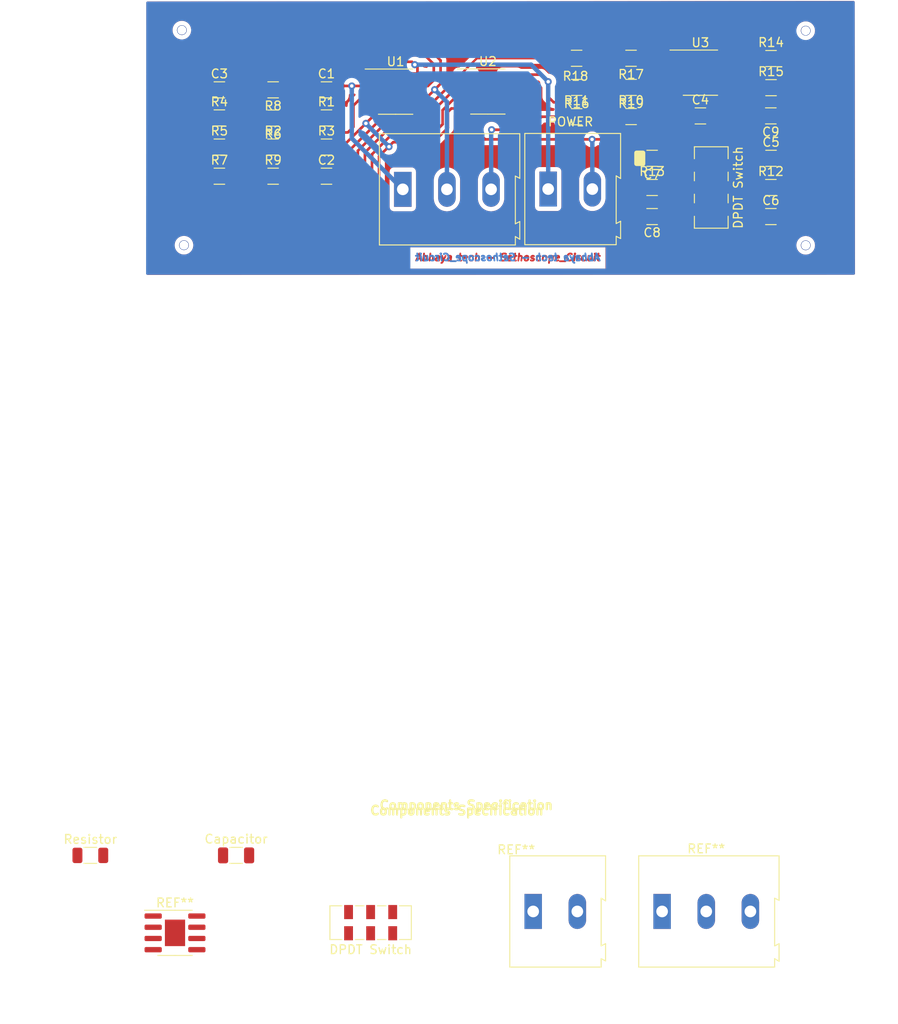
<source format=kicad_pcb>
(kicad_pcb (version 20171130) (host pcbnew "(5.1.7)-1")
  (layers (0 F.Cu signal) (31 B.Cu signal) (34 B.Paste user) (35 F.Paste user) (36 B.SilkS user) (37 F.SilkS user hide) (38 B.Mask user) (39 F.Mask user) (44 Edge.Cuts user))
  (net 0 "")
  (module TerminalBlock:TerminalBlock_Altech_AK300-2_P5.00mm (layer F.Cu) (at 136.38 180.77)
    (fp_text reference REF** (at -1.92 -6.99) (layer F.SilkS))
    (fp_text value TerminalBlock_Altech_AK300-2_P5.00mm)
    (pad 1 thru_hole rect (at 0 0) (size 1.98 3.96) (drill 1.32) (layers *.Cu *.Mask))
    (pad 2 thru_hole oval (at 5 0) (size 1.98 3.96) (drill 1.32) (layers *.Cu *.Mask))
  )
  (module TerminalBlock:TerminalBlock_Altech_AK300-3_P5.00mm (layer F.Cu) (at 150.985 180.77)
    (fp_text reference REF** (at 5 -7.1) (layer F.SilkS))
    (fp_text value TerminalBlock_Altech_AK300-3_P5.00mm)
    (pad 1 thru_hole rect (at 0 0) (size 1.98 3.96) (drill 1.32) (layers *.Cu *.Mask))
    (pad 2 thru_hole oval (at 5 0) (size 1.98 3.96) (drill 1.32) (layers *.Cu *.Mask))
    (pad 3 thru_hole oval (at 10 0) (size 1.98 3.96) (drill 1.32) (layers *.Cu *.Mask))
  )
  (module Button_Switch_SMD:SW_DPDT_CK_JS202011JCQN (layer F.Cu) (at 117.965 182.04 180)
    (fp_text reference "DPDT Switch" (at 0 -3.05) (layer F.SilkS))
    (fp_text value SW_DPDT_CK_JS202011JCQN)
    (pad 3 smd rect (at 2.5 -1.2 180) (size 1 1.6) (layers F.Cu F.Paste F.Mask))
    (pad 2 smd rect (at 0 -1.2 180) (size 1 1.6) (layers F.Cu F.Paste F.Mask))
    (pad 1 smd rect (at -2.5 -1.2 180) (size 1 1.6) (layers F.Cu F.Paste F.Mask))
    (pad 6 smd rect (at 2.5 1.2 180) (size 1 1.6) (layers F.Cu F.Paste F.Mask))
    (pad 5 smd rect (at 0 1.2 180) (size 1 1.6) (layers F.Cu F.Paste F.Mask))
    (pad 4 smd rect (at -2.5 1.2 180) (size 1 1.6) (layers F.Cu F.Paste F.Mask))
  )
  (module Resistor_SMD:R_1206_3216Metric (layer F.Cu) (at 86.215 174.42)
    (fp_text reference Resistor (at 0 -1.82) (layer F.SilkS))
    (fp_text value R_1206_3216Metric)
    (pad 1 smd roundrect (at -1.4625 0) (size 1.125 1.75) (layers F.Cu F.Paste F.Mask) (roundrect_rratio 0.222222))
    (pad 2 smd roundrect (at 1.4625 0) (size 1.125 1.75) (layers F.Cu F.Paste F.Mask) (roundrect_rratio 0.222222))
  )
  (module Capacitor_SMD:C_1206_3216Metric (layer F.Cu) (at 102.725 174.42)
    (fp_text reference Capacitor (at 0 -1.85) (layer F.SilkS))
    (fp_text value C_1206_3216Metric)
    (pad 2 smd roundrect (at 1.475 0) (size 1.15 1.8) (layers F.Cu F.Paste F.Mask) (roundrect_rratio 0.217391))
    (pad 1 smd roundrect (at -1.475 0) (size 1.15 1.8) (layers F.Cu F.Paste F.Mask) (roundrect_rratio 0.217391))
  )
  (module Package_SO:SOIC-8-1EP_3.9x4.9mm_P1.27mm_EP2.29x3mm (layer F.Cu) (at 95.805 183.195)
    (fp_text reference REF** (at 0 -3.4) (layer F.SilkS))
    (fp_text value SOIC-8-1EP_3.9x4.9mm_P1.27mm_EP2.29x3mm)
    (pad 1 smd roundrect (at -2.475 -1.905) (size 1.95 0.6) (layers F.Cu F.Paste F.Mask))
    (pad 2 smd roundrect (at -2.475 -0.635) (size 1.95 0.6) (layers F.Cu F.Paste F.Mask))
    (pad 3 smd roundrect (at -2.475 0.635) (size 1.95 0.6) (layers F.Cu F.Paste F.Mask))
    (pad 4 smd roundrect (at -2.475 1.905) (size 1.95 0.6) (layers F.Cu F.Paste F.Mask))
    (pad 5 smd roundrect (at 2.475 1.905) (size 1.95 0.6) (layers F.Cu F.Paste F.Mask))
    (pad 6 smd roundrect (at 2.475 0.635) (size 1.95 0.6) (layers F.Cu F.Paste F.Mask))
    (pad 7 smd roundrect (at 2.475 -0.635) (size 1.95 0.6) (layers F.Cu F.Paste F.Mask))
    (pad 8 smd roundrect (at 2.475 -1.905) (size 1.95 0.6) (layers F.Cu F.Paste F.Mask))
    (pad 9 smd rect (at 0 0) (size 2.29 3) (layers F.Cu F.Mask))
  )
  (module Package_SO:SOIC-8-1EP_3.9x4.9mm_P1.27mm_EP2.29x3mm (layer F.Cu) (at 131.245 87.895)
    (fp_text reference U2 (at 0 -3.4) (layer F.SilkS))
    (fp_text value MAX4257)
    (pad 8 smd roundrect (at 2.475 -1.905) (size 1.95 0.6) (layers F.Cu F.Paste F.Mask))
    (pad 7 smd roundrect (at 2.475 -0.635) (size 1.95 0.6) (layers F.Cu F.Paste F.Mask))
    (pad 6 smd roundrect (at 2.475 0.635) (size 1.95 0.6) (layers F.Cu F.Paste F.Mask))
    (pad 5 smd roundrect (at 2.475 1.905) (size 1.95 0.6) (layers F.Cu F.Paste F.Mask))
    (pad 4 smd roundrect (at -2.475 1.905) (size 1.95 0.6) (layers F.Cu F.Paste F.Mask))
    (pad 3 smd roundrect (at -2.475 0.635) (size 1.95 0.6) (layers F.Cu F.Paste F.Mask))
    (pad 2 smd roundrect (at -2.475 -0.635) (size 1.95 0.6) (layers F.Cu F.Paste F.Mask))
    (pad 1 smd roundrect (at -2.475 -1.905) (size 1.95 0.6) (layers F.Cu F.Paste F.Mask))
    (pad 9 smd roundrect (at 0 0) (size 2.29 3) (layers F.Cu F.Mask) (roundrect_rratio 0.10917))
  )
  (module Resistor_SMD:R_1206_3216Metric (layer F.Cu) (at 106.92 90.91 180)
    (fp_text reference R6 (at 0 -1.82) (layer F.SilkS))
    (fp_text value 11k)
    (pad 2 smd roundrect (at 1.4 0 180) (size 1.25 1.75) (layers F.Cu F.Paste F.Mask) (roundrect_rratio 0.2))
    (pad 1 smd roundrect (at -1.4 0 180) (size 1.25 1.75) (layers F.Cu F.Paste F.Mask) (roundrect_rratio 0.2))
  )
  (module TerminalBlock:TerminalBlock_Altech_AK300-3_P5.00mm (layer F.Cu) (at 121.61 98.98)
    (fp_text reference " " (at 5 -7.1) (layer F.SilkS))
    (fp_text value " ")
    (pad 1 thru_hole rect (at 0 0) (size 1.98 3.96) (drill 1.32) (layers *.Cu *.Mask))
    (pad 2 thru_hole oval (at 5 0) (size 1.98 3.96) (drill 1.32) (layers *.Cu *.Mask))
    (pad 3 thru_hole oval (at 10 0) (size 1.98 3.96) (drill 1.32) (layers *.Cu *.Mask))
  )
  (module TerminalBlock:TerminalBlock_Altech_AK300-2_P5.00mm (layer F.Cu) (at 138.08 98.95)
    (fp_text reference POWER (at 2.54 -7.62) (layer F.SilkS))
    (fp_text value " ")
    (pad + thru_hole rect (at 0 0) (size 1.98 3.96) (drill 1.32) (layers *.Cu *.Mask))
    (pad - thru_hole oval (at 5 0) (size 1.98 3.96) (drill 1.32) (layers *.Cu *.Mask))
  )
  (module Resistor_SMD:R_1206_3216Metric (layer F.Cu) (at 149.854 98.771)
    (fp_text reference R13 (at 0 -1.82) (layer F.SilkS))
    (fp_text value 33k)
    (pad 1 smd roundrect (at -1.4 0) (size 1.25 1.75) (layers F.Cu F.Paste F.Mask) (roundrect_rratio 0.2))
    (pad 2 smd roundrect (at 1.4 0) (size 1.25 1.75) (layers F.Cu F.Paste F.Mask) (roundrect_rratio 0.2))
  )
  (module Button_Switch_SMD:SW_DPDT_CK_JS202011JCQN (layer F.Cu) (at 156.553 98.771 270)
    (fp_text reference "DPDT Switch" (at 0 -3.05 90) (layer F.SilkS))
    (fp_text value " ")
    (pad 3 smd rect (at 2.5 -1.2 270) (size 1 1.6) (layers F.Cu F.Paste F.Mask))
    (pad 2 smd rect (at 0 -1.2 270) (size 1 1.6) (layers F.Cu F.Paste F.Mask))
    (pad 1 smd rect (at -2.5 -1.2 270) (size 1 1.6) (layers F.Cu F.Paste F.Mask))
    (pad 6 smd rect (at 2.5 1.2 270) (size 1 1.6) (layers F.Cu F.Paste F.Mask))
    (pad 5 smd rect (at 0 1.2 270) (size 1 1.6) (layers F.Cu F.Paste F.Mask))
    (pad 4 smd rect (at -2.5 1.2 270) (size 1 1.6) (layers F.Cu F.Paste F.Mask))
  )
  (module Resistor_SMD:R_1206_3216Metric (layer F.Cu) (at 100.832 90.888)
    (fp_text reference R4 (at 0 -1.82) (layer F.SilkS))
    (fp_text value 44M)
    (pad 2 smd roundrect (at 1.4 0) (size 1.25 1.75) (layers F.Cu F.Paste F.Mask) (roundrect_rratio 0.2))
    (pad 1 smd roundrect (at -1.4 0) (size 1.25 1.75) (layers F.Cu F.Paste F.Mask) (roundrect_rratio 0.2))
  )
  (module Package_SO:SOIC-8-1EP_3.9x4.9mm_P1.27mm_EP2.29x3mm (layer F.Cu) (at 155.325 85.765)
    (fp_text reference U3 (at 0 -3.4) (layer F.SilkS))
    (fp_text value TL072)
    (pad 9 smd roundrect (at 0 0) (size 2.29 3) (layers F.Cu F.Mask) (roundrect_rratio 0.10917))
    (pad 1 smd roundrect (at -2.475 -1.905) (size 1.95 0.6) (layers F.Cu F.Paste F.Mask))
    (pad 2 smd roundrect (at -2.475 -0.635) (size 1.95 0.6) (layers F.Cu F.Paste F.Mask))
    (pad 3 smd roundrect (at -2.475 0.635) (size 1.95 0.6) (layers F.Cu F.Paste F.Mask))
    (pad 4 smd roundrect (at -2.475 1.905) (size 1.95 0.6) (layers F.Cu F.Paste F.Mask))
    (pad 5 smd roundrect (at 2.475 1.905) (size 1.95 0.6) (layers F.Cu F.Paste F.Mask))
    (pad 6 smd roundrect (at 2.475 0.635) (size 1.95 0.6) (layers F.Cu F.Paste F.Mask))
    (pad 7 smd roundrect (at 2.475 -0.635) (size 1.95 0.6) (layers F.Cu F.Paste F.Mask))
    (pad 8 smd roundrect (at 2.475 -1.905) (size 1.95 0.6) (layers F.Cu F.Paste F.Mask))
  )
  (module Resistor_SMD:R_1206_3216Metric (layer F.Cu) (at 163.325 87.465)
    (fp_text reference R15 (at 0 -1.82) (layer F.SilkS))
    (fp_text value 56k)
    (pad 2 smd roundrect (at 1.4 0) (size 1.25 1.75) (layers F.Cu F.Paste F.Mask) (roundrect_rratio 0.2))
    (pad 1 smd roundrect (at -1.4 0) (size 1.25 1.75) (layers F.Cu F.Paste F.Mask) (roundrect_rratio 0.2))
  )
  (module Capacitor_SMD:C_1206_3216Metric (layer F.Cu) (at 163.3 90.66 180)
    (fp_text reference C9 (at 0 -1.82) (layer F.SilkS))
    (fp_text value 1uf)
    (pad + smd roundrect (at -1.4 0 180) (size 1.25 1.75) (layers F.Cu F.Paste F.Mask) (roundrect_rratio 0.2))
    (pad - smd roundrect (at 1.4 0 180) (size 1.25 1.75) (layers F.Cu F.Paste F.Mask) (roundrect_rratio 0.2))
  )
  (module Resistor_SMD:R_1206_3216Metric (layer F.Cu) (at 163.306 98.771)
    (fp_text reference R12 (at 0 -1.82) (layer F.SilkS))
    (fp_text value 33k)
    (pad 2 smd roundrect (at 1.4 0) (size 1.25 1.75) (layers F.Cu F.Paste F.Mask) (roundrect_rratio 0.2))
    (pad 1 smd roundrect (at -1.4 0) (size 1.25 1.75) (layers F.Cu F.Paste F.Mask) (roundrect_rratio 0.2))
  )
  (module Resistor_SMD:R_1206_3216Metric (layer F.Cu) (at 141.306 87.436 180)
    (fp_text reference R16 (at 0 -1.82) (layer F.SilkS))
    (fp_text value 0)
    (pad 2 smd roundrect (at 1.4 0 180) (size 1.25 1.75) (layers F.Cu F.Paste F.Mask) (roundrect_rratio 0.2))
    (pad 1 smd roundrect (at -1.4 0 180) (size 1.25 1.75) (layers F.Cu F.Paste F.Mask) (roundrect_rratio 0.2))
  )
  (module Resistor_SMD:R_1206_3216Metric (layer F.Cu) (at 147.472 87.436 180)
    (fp_text reference R19 (at 0 -1.82) (layer F.SilkS))
    (fp_text value 47k)
    (pad 1 smd roundrect (at -1.4 0 180) (size 1.25 1.75) (layers F.Cu F.Paste F.Mask) (roundrect_rratio 0.2))
    (pad 2 smd roundrect (at 1.4 0 180) (size 1.25 1.75) (layers F.Cu F.Paste F.Mask) (roundrect_rratio 0.2))
  )
  (module Capacitor_SMD:C_1206_3216Metric (layer F.Cu) (at 112.964 97.492)
    (fp_text reference C2 (at 0 -1.82) (layer F.SilkS))
    (fp_text value 0.47uf)
    (pad 2 smd roundrect (at 1.4 0) (size 1.25 1.75) (layers F.Cu F.Paste F.Mask) (roundrect_rratio 0.2))
    (pad 1 smd roundrect (at -1.4 0) (size 1.25 1.75) (layers F.Cu F.Paste F.Mask) (roundrect_rratio 0.2))
  )
  (module Resistor_SMD:R_1206_3216Metric (layer F.Cu) (at 112.964 94.19)
    (fp_text reference R3 (at 0 -1.82) (layer F.SilkS))
    (fp_text value 100k)
    (pad 2 smd roundrect (at 1.4 0) (size 1.25 1.75) (layers F.Cu F.Paste F.Mask) (roundrect_rratio 0.2))
    (pad 1 smd roundrect (at -1.4 0) (size 1.25 1.75) (layers F.Cu F.Paste F.Mask) (roundrect_rratio 0.2))
  )
  (module Resistor_SMD:R_1206_3216Metric (layer F.Cu) (at 141.3 84.134 180)
    (fp_text reference R18 (at 0.124 -2.032) (layer F.SilkS))
    (fp_text value 0)
    (pad 2 smd roundrect (at 1.4 0 180) (size 1.25 1.75) (layers F.Cu F.Paste F.Mask) (roundrect_rratio 0.2))
    (pad 1 smd roundrect (at -1.4 0 180) (size 1.25 1.75) (layers F.Cu F.Paste F.Mask) (roundrect_rratio 0.2))
  )
  (module Resistor_SMD:R_1206_3216Metric (layer F.Cu) (at 147.466 84.134 180)
    (fp_text reference R17 (at 0 -1.82) (layer F.SilkS))
    (fp_text value 0)
    (pad 1 smd roundrect (at -1.4 0 180) (size 1.25 1.75) (layers F.Cu F.Paste F.Mask) (roundrect_rratio 0.2))
    (pad 2 smd roundrect (at 1.4 0 180) (size 1.25 1.75) (layers F.Cu F.Paste F.Mask) (roundrect_rratio 0.2))
  )
  (module Resistor_SMD:R_1206_3216Metric (layer F.Cu) (at 106.92 87.71 180)
    (fp_text reference R8 (at 0 -1.82) (layer F.SilkS))
    (fp_text value 221k)
    (pad 2 smd roundrect (at 1.4 0 180) (size 1.25 1.75) (layers F.Cu F.Paste F.Mask) (roundrect_rratio 0.2))
    (pad 1 smd roundrect (at -1.4 0 180) (size 1.25 1.75) (layers F.Cu F.Paste F.Mask) (roundrect_rratio 0.2))
  )
  (module Resistor_SMD:R_1206_3216Metric (layer F.Cu) (at 100.832 94.19)
    (fp_text reference R5 (at 0 -1.82) (layer F.SilkS))
    (fp_text value 10k)
    (pad 2 smd roundrect (at 1.4 0) (size 1.25 1.75) (layers F.Cu F.Paste F.Mask) (roundrect_rratio 0.2))
    (pad 1 smd roundrect (at -1.4 0) (size 1.25 1.75) (layers F.Cu F.Paste F.Mask) (roundrect_rratio 0.2))
  )
  (module Resistor_SMD:R_1206_3216Metric (layer F.Cu) (at 163.325 84.165)
    (fp_text reference R14 (at 0 -1.82) (layer F.SilkS))
    (fp_text value 33k)
    (pad 1 smd roundrect (at -1.4 0) (size 1.25 1.75) (layers F.Cu F.Paste F.Mask) (roundrect_rratio 0.2))
    (pad 2 smd roundrect (at 1.4 0) (size 1.25 1.75) (layers F.Cu F.Paste F.Mask) (roundrect_rratio 0.2))
  )
  (module Capacitor_SMD:C_1206_3216Metric (layer F.Cu) (at 163.306 102.065)
    (fp_text reference C6 (at 0 -1.82) (layer F.SilkS))
    (fp_text value 4.7uf)
    (pad - smd roundrect (at 1.4 0) (size 1.25 1.75) (layers F.Cu F.Paste F.Mask) (roundrect_rratio 0.2))
    (pad + smd roundrect (at -1.4 0) (size 1.25 1.75) (layers F.Cu F.Paste F.Mask) (roundrect_rratio 0.2))
  )
  (module Resistor_SMD:R_1206_3216Metric (layer F.Cu) (at 141.306 90.757)
    (fp_text reference R11 (at 0 -1.82) (layer F.SilkS))
    (fp_text value 47k)
    (pad 2 smd roundrect (at 1.4 0) (size 1.25 1.75) (layers F.Cu F.Paste F.Mask) (roundrect_rratio 0.2))
    (pad 1 smd roundrect (at -1.4 0) (size 1.25 1.75) (layers F.Cu F.Paste F.Mask) (roundrect_rratio 0.2))
  )
  (module Capacitor_SMD:C_1206_3216Metric (layer F.Cu) (at 149.854 95.465 180)
    (fp_text reference C7 (at 0 -1.82) (layer F.SilkS))
    (fp_text value 47uf)
    (pad + smd roundrect (at -1.4 0 180) (size 1.25 1.75) (layers F.Cu F.Paste F.Mask) (roundrect_rratio 0.2))
    (pad - smd roundrect (at 1.4 0 180) (size 1.25 1.75) (layers F.Cu F.Paste F.SilkS F.Mask) (roundrect_rratio 0.2))
  )
  (module Resistor_SMD:R_1206_3216Metric (layer F.Cu) (at 112.964 90.888)
    (fp_text reference R1 (at 0 -1.82) (layer F.SilkS))
    (fp_text value 44M)
    (pad 1 smd roundrect (at -1.4 0) (size 1.25 1.75) (layers F.Cu F.Paste F.Mask) (roundrect_rratio 0.2))
    (pad 2 smd roundrect (at 1.4 0) (size 1.25 1.75) (layers F.Cu F.Paste F.Mask) (roundrect_rratio 0.2))
  )
  (module Capacitor_SMD:C_1206_3216Metric (layer F.Cu) (at 155.325 90.665)
    (fp_text reference C4 (at 0 -1.82) (layer F.SilkS))
    (fp_text value 1uf)
    (pad - smd roundrect (at 1.4 0) (size 1.25 1.75) (layers *.Mask F.Cu F.Paste) (roundrect_rratio 0.2))
    (pad + smd roundrect (at -1.4 0) (size 1.25 1.75) (layers F.Cu F.Paste F.Mask) (roundrect_rratio 0.2))
  )
  (module Resistor_SMD:R_1206_3216Metric (layer F.Cu) (at 147.472 90.738)
    (fp_text reference R10 (at 0 -1.82) (layer F.SilkS))
    (fp_text value 47k)
    (pad 1 smd roundrect (at -1.4 0) (size 1.25 1.75) (layers F.Cu F.Paste F.Mask) (roundrect_rratio 0.2))
    (pad 2 smd roundrect (at 1.4 0) (size 1.25 1.75) (layers F.Cu F.Paste F.Mask) (roundrect_rratio 0.2))
  )
  (module Resistor_SMD:R_1206_3216Metric (layer F.Cu) (at 100.832 97.492)
    (fp_text reference R7 (at 0 -1.82) (layer F.SilkS))
    (fp_text value 221k)
    (pad 1 smd roundrect (at -1.4 0) (size 1.25 1.75) (layers F.Cu F.Paste F.Mask) (roundrect_rratio 0.2))
    (pad 2 smd roundrect (at 1.4 0) (size 1.25 1.75) (layers F.Cu F.Paste F.Mask) (roundrect_rratio 0.2))
  )
  (module Package_SO:SOIC-8-1EP_3.9x4.9mm_P1.27mm_EP2.29x3mm (layer F.Cu) (at 120.795 87.915)
    (fp_text reference U1 (at 0 -3.4) (layer F.SilkS))
    (fp_text value MAX4257)
    (pad 8 smd roundrect (at 2.475 -1.905) (size 1.95 0.6) (layers F.Cu F.Paste F.Mask))
    (pad 7 smd roundrect (at 2.475 -0.635) (size 1.95 0.6) (layers F.Cu F.Paste F.Mask))
    (pad 6 smd roundrect (at 2.475 0.635) (size 1.95 0.6) (layers F.Cu F.Paste F.Mask))
    (pad 5 smd roundrect (at 2.475 1.905) (size 1.95 0.6) (layers F.Cu F.Paste F.Mask))
    (pad 4 smd roundrect (at -2.475 1.905) (size 1.95 0.6) (layers F.Cu F.Paste F.Mask))
    (pad 3 smd roundrect (at -2.475 0.635) (size 1.95 0.6) (layers F.Cu F.Paste F.Mask))
    (pad 2 smd roundrect (at -2.475 -0.635) (size 1.95 0.6) (layers F.Cu F.Paste F.Mask))
    (pad 1 smd roundrect (at -2.475 -1.905) (size 1.95 0.6) (layers F.Cu F.Paste F.Mask))
    (pad 9 smd roundrect (at 0 0) (size 2.29 3) (layers F.Cu F.Mask) (roundrect_rratio 0.10917))
  )
  (module Capacitor_SMD:C_1206_3216Metric (layer F.Cu) (at 112.964 87.713)
    (fp_text reference C1 (at 0 -1.82) (layer F.SilkS))
    (fp_text value 10pf)
    (pad 1 smd roundrect (at -1.4 0) (size 1.25 1.75) (layers F.Cu F.Paste F.Mask) (roundrect_rratio 0.2))
    (pad 2 smd roundrect (at 1.4 0) (size 1.25 1.75) (layers F.Cu F.Paste F.Mask) (roundrect_rratio 0.2))
  )
  (module Capacitor_SMD:C_1206_3216Metric (layer F.Cu) (at 100.832 87.713)
    (fp_text reference C3 (at 0 -1.82) (layer F.SilkS))
    (fp_text value 100pf)
    (pad 2 smd roundrect (at 1.4 0) (size 1.25 1.75) (layers F.Cu F.Paste F.Mask) (roundrect_rratio 0.2))
    (pad 1 smd roundrect (at -1.4 0) (size 1.25 1.75) (layers F.Cu F.Paste F.Mask) (roundrect_rratio 0.2))
  )
  (module Capacitor_SMD:C_1206_3216Metric (layer F.Cu) (at 163.325 95.465)
    (fp_text reference C5 (at 0 -1.82) (layer F.SilkS))
    (fp_text value 47uf)
    (pad + smd roundrect (at -1.4 0) (size 1.25 1.75) (layers F.Cu F.Paste F.Mask) (roundrect_rratio 0.2))
    (pad - smd roundrect (at 1.4 0) (size 1.25 1.75) (layers F.Cu F.Paste F.Mask) (roundrect_rratio 0.2))
  )
  (module Resistor_SMD:R_1206_3216Metric (layer F.Cu) (at 106.92 97.492)
    (fp_text reference R9 (at 0 -1.82) (layer F.SilkS))
    (fp_text value 100k)
    (pad 1 smd roundrect (at -1.4 0) (size 1.25 1.75) (layers F.Cu F.Paste F.Mask) (roundrect_rratio 0.2))
    (pad 2 smd roundrect (at 1.4 0) (size 1.25 1.75) (layers F.Cu F.Paste F.Mask) (roundrect_rratio 0.2))
  )
  (module Resistor_SMD:R_1206_3216Metric (layer F.Cu) (at 106.92 94.19)
    (fp_text reference R2 (at 0 -1.82) (layer F.SilkS))
    (fp_text value 100k)
    (pad 1 smd roundrect (at -1.4 0) (size 1.25 1.75) (layers F.Cu F.Paste F.Mask) (roundrect_rratio 0.2))
    (pad 2 smd roundrect (at 1.4 0) (size 1.25 1.75) (layers F.Cu F.Paste F.Mask) (roundrect_rratio 0.2))
  )
  (module Capacitor_SMD:C_1206_3216Metric (layer F.Cu) (at 149.854 102.065 180)
    (fp_text reference C8 (at 0 -1.82) (layer F.SilkS))
    (fp_text value 4.7uf)
    (pad - smd roundrect (at 1.4 0 180) (size 1.25 1.75) (layers F.Cu F.Paste F.Mask) (roundrect_rratio 0.2))
    (pad + smd roundrect (at -1.4 0 180) (size 1.25 1.75) (layers F.Cu F.Paste F.Mask) (roundrect_rratio 0.2))
  )
  (gr_text "Abhaya tech - Sethoscope_Circuit" (at 133.53 106.68) (layer B.Cu) (effects (font (size 0.8 0.8) (thickness 0.2) italic) (justify mirror)))
  (gr_text "Abhaya tech - Sethoscope_Circuit" (at 133.5 106.69) (layer F.Cu) (effects (font (size 0.8 0.8) (thickness 0.2) italic)))
  (gr_text "Components Specification " (at 128.125 169.34) (layer F.SilkS) (effects (font (size 1 1) (thickness 0.25))))
  (gr_text "Components Specification " (at 129.1844 168.73728) (layer F.SilkS) (effects (font (size 1 1) (thickness 0.25))))
  (segment (start 99.432 91.136) (end 99.438 91.142) (width 0.8) (layer F.Cu) (net 0))
  (segment (start 99.432 90.888) (end 99.432 91.136) (width 0.8) (layer F.Cu) (net 0))
  (segment (start 148.751 90.642) (end 148.739 90.63) (width 0.8) (layer F.Cu) (net 0))
  (segment (start 139.876 84.14) (end 139.87 84.134) (width 0.8) (layer F.Cu) (net 0))
  (segment (start 146.066 82.616) (end 146.453 82.229) (width 0.300387) (layer F.Cu) (net 0))
  (segment (start 146.066 84.134) (end 146.066 82.616) (width 0.300387) (layer F.Cu) (net 0))
  (segment (start 111.564 87.211) (end 111.564 87.713) (width 0.300387) (layer F.Cu) (net 0))
  (segment (start 111.564 86.966) (end 111.564 87.713) (width 0.300387) (layer F.Cu) (net 0))
  (segment (start 112.52 86.01) (end 112.32 86.21) (width 0.300387) (layer F.Cu) (net 0))
  (segment (start 118.32 86.01) (end 112.52 86.01) (width 0.300387) (layer F.Cu) (net 0))
  (segment (start 112.32 86.21) (end 111.564 86.966) (width 0.300387) (layer F.Cu) (net 0))
  (segment (start 108.32 90.91) (end 111.564 90.91) (width 0.300387) (layer F.Cu) (net 0))
  (segment (start 105.52 87.713) (end 105.52 87.81) (width 0.300387) (layer F.Cu) (net 0))
  (segment (start 105.52 94.19) (end 105.443 94.19) (width 0.300387) (layer F.Cu) (net 0))
  (segment (start 108.32 94.19) (end 111.564 94.19) (width 0.300387) (layer F.Cu) (net 0))
  (segment (start 116.52 83.81) (end 115.92 84.41) (width 0.300387) (layer F.Cu) (net 0))
  (segment (start 115.92 84.41) (end 111.92 84.41) (width 0.300387) (layer F.Cu) (net 0))
  (segment (start 111.92 84.41) (end 111.12 85.21) (width 0.300387) (layer F.Cu) (net 0))
  (segment (start 122.52 83.81) (end 122.72 83.81) (width 0.300387) (layer F.Cu) (net 0))
  (segment (start 122.52 83.81) (end 116.52 83.81) (width 0.300387) (layer F.Cu) (net 0))
  (segment (start 123.32 83.81) (end 122.52 83.81) (width 0.300387) (layer F.Cu) (net 0))
  (segment (start 125.12 84.81) (end 124.12 83.81) (width 0.300387) (layer F.Cu) (net 0))
  (segment (start 125.12 86.61) (end 125.12 84.81) (width 0.300387) (layer F.Cu) (net 0))
  (segment (start 124.45 87.28) (end 125.12 86.61) (width 0.300387) (layer F.Cu) (net 0))
  (segment (start 124.12 83.81) (end 123.32 83.81) (width 0.300387) (layer F.Cu) (net 0))
  (segment (start 123.27 87.28) (end 124.45 87.28) (width 0.300387) (layer F.Cu) (net 0))
  (segment (start 116.32 85.21) (end 112.32 85.21) (width 0.300387) (layer F.Cu) (net 0))
  (segment (start 116.995 84.535) (end 116.32 85.21) (width 0.300387) (layer F.Cu) (net 0))
  (segment (start 123.27 85.16) (end 122.97 84.86) (width 0.300387) (layer F.Cu) (net 0))
  (segment (start 112.32 85.21) (end 111.52 86.01) (width 0.300387) (layer F.Cu) (net 0))
  (segment (start 123.27 86.01) (end 123.27 85.16) (width 0.300387) (layer F.Cu) (net 0))
  (segment (start 142.7 84.134) (end 146.066 84.134) (width 0.300387) (layer F.Cu) (net 0))
  (segment (start 139.9 87.43) (end 139.906 87.436) (width 0.300387) (layer F.Cu) (net 0))
  (segment (start 139.9 84.134) (end 139.9 87.43) (width 0.300387) (layer F.Cu) (net 0))
  (segment (start 142.706 87.436) (end 146.072 87.436) (width 0.300387) (layer F.Cu) (net 0))
  (segment (start 148.866 87.43) (end 148.872 87.436) (width 0.300387) (layer F.Cu) (net 0))
  (segment (start 148.866 84.134) (end 148.866 87.43) (width 0.300387) (layer F.Cu) (net 0))
  (segment (start 142.706 90.757) (end 142.706 90.294) (width 0.300387) (layer F.Cu) (net 0))
  (segment (start 148.866 90.738) (end 148.872 90.738) (width 0.300387) (layer F.Cu) (net 0))
  (segment (start 105.52 90.888) (end 105.474 90.888) (width 0.300387) (layer F.Cu) (net 0))
  (segment (start 111.564 97.492) (end 111.564 94.19) (width 0.300387) (layer F.Cu) (net 0))
  (segment (start 114.364 97.492) (end 114.364 94.19) (width 0.300387) (layer F.Cu) (net 0))
  (segment (start 111.564 94.19) (end 111.564 93.815) (width 0.300387) (layer F.Cu) (net 0))
  (segment (start 111.564 93.815) (end 112.84 92.539) (width 0.300387) (layer F.Cu) (net 0))
  (segment (start 112.84 92.539) (end 115.38 92.539) (width 0.300387) (layer F.Cu) (net 0))
  (segment (start 115.38 92.539) (end 116.015 91.904) (width 0.300387) (layer F.Cu) (net 0))
  (segment (start 116.015 91.904) (end 116.015 89.491) (width 0.300387) (layer F.Cu) (net 0))
  (segment (start 116.956 88.55) (end 118.32 88.55) (width 0.300387) (layer F.Cu) (net 0))
  (segment (start 116.015 89.491) (end 116.956 88.55) (width 0.300387) (layer F.Cu) (net 0))
  (segment (start 99.432 87.713) (end 99.432 90.888) (width 0.300387) (layer F.Cu) (net 0))
  (segment (start 99.432 94.371) (end 99.432 94.19) (width 0.300387) (layer F.Cu) (net 0))
  (segment (start 155.353 96.271) (end 153.931 96.271) (width 0.300387) (layer F.Cu) (net 0))
  (segment (start 153.125 95.465) (end 151.254 95.465) (width 0.300387) (layer F.Cu) (net 0))
  (segment (start 153.931 96.271) (end 153.125 95.465) (width 0.300387) (layer F.Cu) (net 0))
  (segment (start 155.353 101.271) (end 154.019 101.271) (width 0.300387) (layer F.Cu) (net 0))
  (segment (start 153.225 102.065) (end 151.254 102.065) (width 0.300387) (layer F.Cu) (net 0))
  (segment (start 154.019 101.271) (end 153.225 102.065) (width 0.300387) (layer F.Cu) (net 0))
  (segment (start 151.254 98.771) (end 155.353 98.771) (width 0.300387) (layer F.Cu) (net 0))
  (segment (start 157.753 98.771) (end 161.906 98.771) (width 0.300387) (layer F.Cu) (net 0))
  (segment (start 157.753 96.271) (end 159.519 96.271) (width 0.300387) (layer F.Cu) (net 0))
  (segment (start 160.325 95.465) (end 161.925 95.465) (width 0.300387) (layer F.Cu) (net 0))
  (segment (start 159.519 96.271) (end 160.325 95.465) (width 0.300387) (layer F.Cu) (net 0))
  (segment (start 157.753 101.271) (end 159.531 101.271) (width 0.300387) (layer F.Cu) (net 0))
  (segment (start 160.325 102.065) (end 161.906 102.065) (width 0.300387) (layer F.Cu) (net 0))
  (segment (start 159.531 101.271) (end 160.325 102.065) (width 0.300387) (layer F.Cu) (net 0))
  (segment (start 164.725 95.465) (end 164.725 96.265) (width 0.300387) (layer F.Cu) (net 0))
  (segment (start 164.725 96.265) (end 163.325 97.665) (width 0.300387) (layer F.Cu) (net 0))
  (segment (start 164.706 102.065) (end 164.706 101.246) (width 0.300387) (layer F.Cu) (net 0))
  (segment (start 164.706 101.146) (end 163.325 99.765) (width 0.300387) (layer F.Cu) (net 0))
  (segment (start 164.706 102.065) (end 164.706 101.146) (width 0.300387) (layer F.Cu) (net 0))
  (segment (start 151.254 97.994) (end 151.254 98.771) (width 0.300387) (layer F.Cu) (net 0))
  (segment (start 149.825 96.565) (end 151.254 97.994) (width 0.300387) (layer F.Cu) (net 0))
  (segment (start 161.927 84.177) (end 161.927 83.863) (width 0.300387) (layer F.Cu) (net 0))
  (segment (start 142.706 90.294) (end 143.913 89.087) (width 0.300387) (layer F.Cu) (net 0))
  (segment (start 146.072 87.436) (end 146.496 87.436) (width 0.300387) (layer F.Cu) (net 0))
  (segment (start 146.496 87.436) (end 148.125 89.065) (width 0.300387) (layer F.Cu) (net 0))
  (segment (start 148.125 89.065) (end 150.025 89.065) (width 0.300387) (layer F.Cu) (net 0))
  (segment (start 150.025 89.065) (end 150.325 88.765) (width 0.300387) (layer F.Cu) (net 0))
  (segment (start 150.325 88.765) (end 150.325 86.265) (width 0.300387) (layer F.Cu) (net 0))
  (segment (start 151.46 85.13) (end 152.85 85.13) (width 0.300387) (layer F.Cu) (net 0))
  (segment (start 150.325 86.265) (end 151.46 85.13) (width 0.300387) (layer F.Cu) (net 0))
  (segment (start 152.85 86.4) (end 151.79 86.4) (width 0.300387) (layer F.Cu) (net 0))
  (segment (start 151.79 86.4) (end 151.225 86.965) (width 0.300387) (layer F.Cu) (net 0))
  (segment (start 151.225 86.965) (end 151.225 89.065) (width 0.300387) (layer F.Cu) (net 0))
  (segment (start 149.552 90.738) (end 148.872 90.738) (width 0.300387) (layer F.Cu) (net 0))
  (segment (start 151.225 89.065) (end 149.552 90.738) (width 0.300387) (layer F.Cu) (net 0))
  (segment (start 146.072 90.738) (end 146.072 91.612) (width 0.300387) (layer F.Cu) (net 0))
  (segment (start 146.072 91.612) (end 146.925 92.465) (width 0.300387) (layer F.Cu) (net 0))
  (segment (start 152.85 87.67) (end 152.85 88.19) (width 0.300387) (layer F.Cu) (net 0))
  (segment (start 152.85 88.19) (end 153.625 88.965) (width 0.300387) (layer F.Cu) (net 0))
  (segment (start 153.625 88.965) (end 155.825 88.965) (width 0.300387) (layer F.Cu) (net 0))
  (segment (start 156.725 89.865) (end 156.725 90.665) (width 0.300387) (layer F.Cu) (net 0))
  (segment (start 155.825 88.965) (end 156.725 89.865) (width 0.300387) (layer F.Cu) (net 0))
  (segment (start 149.14 83.86) (end 148.866 84.134) (width 0.300387) (layer F.Cu) (net 0))
  (segment (start 152.85 83.86) (end 149.14 83.86) (width 0.300387) (layer F.Cu) (net 0))
  (segment (start 160.413 84.177) (end 161.927 84.177) (width 0.300387) (layer F.Cu) (net 0))
  (segment (start 164.727 87.463) (end 164.725 87.465) (width 0.300387) (layer F.Cu) (net 0))
  (segment (start 161.927 84.177) (end 162.013 84.177) (width 0.300387) (layer F.Cu) (net 0))
  (segment (start 148.872 90.738) (end 148.498 90.738) (width 0.300387) (layer F.Cu) (net 0))
  (segment (start 146.847 89.087) (end 143.913 89.087) (width 0.300387) (layer F.Cu) (net 0))
  (segment (start 148.498 90.738) (end 146.847 89.087) (width 0.300387) (layer F.Cu) (net 0))
  (segment (start 146.925 92.465) (end 149.925 92.465) (width 0.300387) (layer F.Cu) (net 0))
  (segment (start 151.725 90.665) (end 153.925 90.665) (width 0.300387) (layer F.Cu) (net 0))
  (segment (start 149.925 92.465) (end 151.725 90.665) (width 0.300387) (layer F.Cu) (net 0))
  (segment (start 159.46 85.13) (end 160.413 84.177) (width 0.300387) (layer F.Cu) (net 0))
  (segment (start 157.8 85.13) (end 159.46 85.13) (width 0.300387) (layer F.Cu) (net 0))
  (segment (start 166.525 88.245) (end 166.525 88.495) (width 0.300387) (layer F.Cu) (net 0))
  (segment (start 167.265 88.755) (end 167.265 88.595) (width 0.300387) (layer F.Cu) (net 0))
  (segment (start 163.325 97.665) (end 163.325 99.765) (width 0.300387) (layer F.Cu) (net 0))
  (segment (start 114.364 94.19) (end 114.54 94.19) (width 0.300387) (layer F.Cu) (net 0))
  (segment (start 118.92 91.21) (end 121.88 91.21) (width 0.300387) (layer F.Cu) (net 0))
  (segment (start 115.72 94.41) (end 118.92 91.21) (width 0.300387) (layer F.Cu) (net 0))
  (segment (start 121.88 91.21) (end 123.27 89.82) (width 0.300387) (layer F.Cu) (net 0))
  (segment (start 115.72 98.61) (end 115.72 94.41) (width 0.300387) (layer F.Cu) (net 0))
  (segment (start 115.12 99.21) (end 115.72 98.61) (width 0.300387) (layer F.Cu) (net 0))
  (segment (start 112.12 99.21) (end 115.12 99.21) (width 0.300387) (layer F.Cu) (net 0))
  (segment (start 111.564 98.654) (end 112.12 99.21) (width 0.300387) (layer F.Cu) (net 0))
  (segment (start 111.564 97.492) (end 111.564 98.654) (width 0.300387) (layer F.Cu) (net 0))
  (segment (start 117.32 94.81) (end 119.72 92.41) (width 0.300387) (layer F.Cu) (net 0))
  (segment (start 122.52 92.41) (end 122.72 92.41) (width 0.300387) (layer F.Cu) (net 0))
  (segment (start 124.32 92.41) (end 125.52 91.21) (width 0.300387) (layer F.Cu) (net 0))
  (segment (start 122.52 92.41) (end 124.32 92.41) (width 0.300387) (layer F.Cu) (net 0))
  (segment (start 105.52 98.61) (end 105.52 97.492) (width 0.300387) (layer F.Cu) (net 0))
  (segment (start 107.72 100.81) (end 105.52 98.61) (width 0.300387) (layer F.Cu) (net 0))
  (segment (start 117.32 99.21) (end 115.72 100.81) (width 0.300387) (layer F.Cu) (net 0))
  (segment (start 117.32 99.21) (end 117.32 94.81) (width 0.300387) (layer F.Cu) (net 0))
  (segment (start 128.12 86.01) (end 128.77 86.01) (width 0.300387) (layer F.Cu) (net 0))
  (segment (start 124.92 90.81) (end 124.92 89.21) (width 0.300387) (layer F.Cu) (net 0))
  (segment (start 119.32 91.81) (end 123.92 91.81) (width 0.300387) (layer F.Cu) (net 0))
  (segment (start 116.52 99.01) (end 116.52 94.61) (width 0.300387) (layer F.Cu) (net 0))
  (segment (start 115.52 100.01) (end 116.52 99.01) (width 0.300387) (layer F.Cu) (net 0))
  (segment (start 123.92 91.81) (end 124.92 90.81) (width 0.300387) (layer F.Cu) (net 0))
  (segment (start 109.52 100.01) (end 115.52 100.01) (width 0.300387) (layer F.Cu) (net 0))
  (segment (start 116.52 94.61) (end 119.32 91.81) (width 0.300387) (layer F.Cu) (net 0))
  (segment (start 108.32 98.81) (end 109.52 100.01) (width 0.300387) (layer F.Cu) (net 0))
  (segment (start 108.32 97.492) (end 108.32 98.81) (width 0.300387) (layer F.Cu) (net 0))
  (segment (start 125.52 91.21) (end 125.52 89.61) (width 0.300387) (layer F.Cu) (net 0))
  (segment (start 127.85 87.28) (end 128.77 87.28) (width 0.300387) (layer F.Cu) (net 0))
  (segment (start 125.52 89.61) (end 127.85 87.28) (width 0.300387) (layer F.Cu) (net 0))
  (segment (start 126.12 90.01) (end 127.58 88.55) (width 0.300387) (layer F.Cu) (net 0))
  (segment (start 126.12 91.61) (end 126.12 90.01) (width 0.300387) (layer F.Cu) (net 0))
  (segment (start 124.72 93.01) (end 126.12 91.61) (width 0.300387) (layer F.Cu) (net 0))
  (segment (start 118.12 95.01) (end 120.12 93.01) (width 0.300387) (layer F.Cu) (net 0))
  (segment (start 118.12 95.41) (end 118.12 95.01) (width 0.300387) (layer F.Cu) (net 0))
  (segment (start 127.58 88.55) (end 128.77 88.55) (width 0.300387) (layer F.Cu) (net 0))
  (segment (start 102.232 87.713) (end 102.232 90.888) (width 0.300387) (layer F.Cu) (net 0))
  (segment (start 99.432 93.898) (end 99.432 94.19) (width 0.300387) (layer F.Cu) (net 0))
  (segment (start 105.52 97.478) (end 102.232 94.19) (width 0.300387) (layer F.Cu) (net 0))
  (segment (start 105.52 97.492) (end 105.52 97.478) (width 0.300387) (layer F.Cu) (net 0))
  (segment (start 99.432 97.492) (end 99.432 96.898) (width 0.300387) (layer F.Cu) (net 0))
  (segment (start 102.232 90.888) (end 101.642 90.888) (width 0.300387) (layer F.Cu) (net 0))
  (segment (start 99.432 93.098) (end 99.432 94.19) (width 0.300387) (layer F.Cu) (net 0))
  (segment (start 101.642 90.888) (end 99.432 93.098) (width 0.300387) (layer F.Cu) (net 0))
  (segment (start 107.32 101.61) (end 104.92 99.21) (width 0.300387) (layer F.Cu) (net 0))
  (segment (start 118.12 95.21) (end 118.12 99.61) (width 0.300387) (layer F.Cu) (net 0))
  (segment (start 107.72 100.81) (end 115.72 100.81) (width 0.300387) (layer F.Cu) (net 0))
  (segment (start 116.12 101.61) (end 116.62 101.11) (width 0.300387) (layer F.Cu) (net 0))
  (segment (start 116.62 101.11) (end 116.32 101.41) (width 0.300387) (layer F.Cu) (net 0))
  (segment (start 107.32 101.61) (end 116.12 101.61) (width 0.300387) (layer F.Cu) (net 0))
  (segment (start 118.12 99.61) (end 116.62 101.11) (width 0.300387) (layer F.Cu) (net 0))
  (segment (start 120.52 93.01) (end 120.12 93.01) (width 0.300387) (layer F.Cu) (net 0))
  (segment (start 120.32 93.01) (end 120.52 93.01) (width 0.300387) (layer F.Cu) (net 0))
  (segment (start 120.52 93.01) (end 124.72 93.01) (width 0.300387) (layer F.Cu) (net 0))
  (segment (start 120.12 92.41) (end 119.72 92.41) (width 0.300387) (layer F.Cu) (net 0))
  (segment (start 119.92 92.41) (end 120.12 92.41) (width 0.300387) (layer F.Cu) (net 0))
  (segment (start 120.12 92.41) (end 122.52 92.41) (width 0.300387) (layer F.Cu) (net 0))
  (segment (start 116.52 102.41) (end 118.92 100.01) (width 0.300387) (layer F.Cu) (net 0))
  (segment (start 106.72 102.41) (end 116.52 102.41) (width 0.300387) (layer F.Cu) (net 0))
  (segment (start 104.32 100.01) (end 106.72 102.41) (width 0.300387) (layer F.Cu) (net 0))
  (segment (start 101.72 100.01) (end 104.32 100.01) (width 0.300387) (layer F.Cu) (net 0))
  (segment (start 99.432 97.722) (end 101.72 100.01) (width 0.300387) (layer F.Cu) (net 0))
  (segment (start 99.432 97.492) (end 99.432 97.722) (width 0.300387) (layer F.Cu) (net 0))
  (segment (start 105.52 87.713) (end 105.52 90.888) (width 0.300387) (layer F.Cu) (net 0))
  (segment (start 104.52 92.61) (end 105.52 91.61) (width 0.300387) (layer F.Cu) (net 0))
  (segment (start 101.72 92.61) (end 104.52 92.61) (width 0.300387) (layer F.Cu) (net 0))
  (segment (start 100.92 93.41) (end 101.72 92.61) (width 0.300387) (layer F.Cu) (net 0))
  (segment (start 105.52 91.61) (end 105.52 90.888) (width 0.300387) (layer F.Cu) (net 0))
  (segment (start 100.92 96.61) (end 100.92 93.41) (width 0.300387) (layer F.Cu) (net 0))
  (segment (start 129.996 84.134) (end 127.82 86.31) (width 0.25) (layer F.Cu) (net 0))
  (segment (start 139.9 84.134) (end 129.996 84.134) (width 0.25) (layer F.Cu) (net 0))
  (segment (start 127.82 86.31) (end 128.12 86.01) (width 0.300387) (layer F.Cu) (net 0))
  (segment (start 124.92 89.21) (end 127.82 86.31) (width 0.300387) (layer F.Cu) (net 0))
  (segment (start 108.32 87.71) (end 108.32 88.11) (width 0.300387) (layer F.Cu) (net 0))
  (segment (start 108.32 88.11) (end 107.02 89.41) (width 0.300387) (layer F.Cu) (net 0))
  (segment (start 107.02 92.69) (end 106.81 92.9) (width 0.300387) (layer F.Cu) (net 0))
  (segment (start 107.02 89.41) (end 107.02 92.69) (width 0.300387) (layer F.Cu) (net 0))
  (segment (start 106.81 92.9) (end 105.52 94.19) (width 0.300387) (layer F.Cu) (net 0))
  (segment (start 106.92 92.79) (end 106.81 92.9) (width 0.300387) (layer F.Cu) (net 0))
  (segment (start 101.935 85.21) (end 99.432 87.713) (width 0.300387) (layer F.Cu) (net 0))
  (segment (start 103.835 86.11) (end 102.232 87.713) (width 0.300387) (layer F.Cu) (net 0))
  (segment (start 110.02 86.01) (end 108.32 87.71) (width 0.300387) (layer F.Cu) (net 0))
  (segment (start 111.52 86.01) (end 110.02 86.01) (width 0.300387) (layer F.Cu) (net 0))
  (segment (start 111.12 85.21) (end 109.72 85.21) (width 0.300387) (layer F.Cu) (net 0))
  (segment (start 108.82 86.11) (end 106.92 86.11) (width 0.300387) (layer F.Cu) (net 0))
  (segment (start 109.72 85.21) (end 108.82 86.11) (width 0.300387) (layer F.Cu) (net 0))
  (segment (start 106.92 86.11) (end 103.835 86.11) (width 0.300387) (layer F.Cu) (net 0))
  (segment (start 107.32 86.11) (end 106.92 86.11) (width 0.300387) (layer F.Cu) (net 0))
  (segment (start 106.32 85.21) (end 101.935 85.21) (width 0.300387) (layer F.Cu) (net 0))
  (segment (start 106.82 85.21) (end 106.32 85.21) (width 0.300387) (layer F.Cu) (net 0))
  (segment (start 148.454 95.465) (end 148.454 94.144) (width 0.300387) (layer F.Cu) (net 0))
  (segment (start 161.925 87.465) (end 161.925 87.305) (width 0.300387) (layer F.Cu) (net 0))
  (segment (start 164.725 84.505) (end 164.725 84.165) (width 0.300387) (layer F.Cu) (net 0))
  (segment (start 162.83 86.4) (end 163.02 86.21) (width 0.300387) (layer F.Cu) (net 0))
  (segment (start 161.925 87.305) (end 163.02 86.21) (width 0.300387) (layer F.Cu) (net 0))
  (segment (start 164.725 87.465) (end 164.725 90.765) (width 0.300387) (layer F.Cu) (net 0))
  (segment (start 163.47 85.76) (end 160.77 85.76) (width 0.300387) (layer F.Cu) (net 0))
  (segment (start 163.02 86.21) (end 163.47 85.76) (width 0.300387) (layer F.Cu) (net 0))
  (segment (start 163.47 85.76) (end 164.725 84.505) (width 0.300387) (layer F.Cu) (net 0))
  (segment (start 160.13 86.4) (end 157.8 86.4) (width 0.300387) (layer F.Cu) (net 0))
  (segment (start 160.77 85.76) (end 160.13 86.4) (width 0.300387) (layer F.Cu) (net 0))
  (segment (start 159 92.89) (end 159.125 92.765) (width 0.300387) (layer F.Cu) (net 0))
  (segment (start 158.225 93.665) (end 159 92.89) (width 0.300387) (layer F.Cu) (net 0))
  (segment (start 156.73 90.66) (end 156.725 90.665) (width 0.300387) (layer F.Cu) (net 0))
  (segment (start 161.9 90.66) (end 156.73 90.66) (width 0.300387) (layer F.Cu) (net 0))
  (segment (start 157.8 87.67) (end 159.24 89.11) (width 0.300387) (layer F.Cu) (net 0))
  (segment (start 159.24 89.11) (end 162.92 89.11) (width 0.300387) (layer F.Cu) (net 0))
  (segment (start 162.92 89.11) (end 163.42 89.61) (width 0.300387) (layer F.Cu) (net 0))
  (segment (start 159.48 92.41) (end 159 92.89) (width 0.300387) (layer F.Cu) (net 0))
  (segment (start 159.48 92.41) (end 162.86 92.41) (width 0.300387) (layer F.Cu) (net 0))
  (segment (start 163.42 91.85) (end 163.42 89.61) (width 0.300387) (layer F.Cu) (net 0))
  (segment (start 162.86 92.41) (end 163.42 91.85) (width 0.300387) (layer F.Cu) (net 0))
  (segment (start 165.525 82.165) (end 166.525 83.165) (width 0.300387) (layer F.Cu) (net 0))
  (segment (start 163.825 82.165) (end 165.525 82.165) (width 0.300387) (layer F.Cu) (net 0))
  (segment (start 161.927 84.063) (end 163.825 82.165) (width 0.300387) (layer F.Cu) (net 0))
  (segment (start 161.927 84.177) (end 161.927 84.063) (width 0.300387) (layer F.Cu) (net 0))
  (segment (start 164.706 98.771) (end 164.769 98.771) (width 0.300387) (layer F.Cu) (net 0))
  (segment (start 164.769 98.771) (end 167.265 96.275) (width 0.300387) (layer F.Cu) (net 0))
  (segment (start 167.265 96.275) (end 167.265 88.315) (width 0.300387) (layer F.Cu) (net 0))
  (segment (start 167.265 88.675) (end 167.265 88.315) (width 0.300387) (layer F.Cu) (net 0))
  (segment (start 164.725 95.465) (end 164.725 94.825) (width 0.300387) (layer F.Cu) (net 0))
  (segment (start 166.525 93.025) (end 166.525 92.375) (width 0.300387) (layer F.Cu) (net 0))
  (segment (start 164.725 94.825) (end 166.525 93.025) (width 0.300387) (layer F.Cu) (net 0))
  (segment (start 166.525 83.165) (end 166.525 92.375) (width 0.300387) (layer F.Cu) (net 0))
  (segment (start 118.32 85.17) (end 118.955 84.535) (width 0.300387) (layer F.Cu) (net 0))
  (segment (start 118.32 86.01) (end 118.32 85.17) (width 0.300387) (layer F.Cu) (net 0))
  (segment (start 118.955 84.535) (end 116.995 84.535) (width 0.300387) (layer F.Cu) (net 0))
  (segment (start 122.645 84.535) (end 118.955 84.535) (width 0.300387) (layer F.Cu) (net 0))
  (via (at 115.83 87.27) (size 0.8) (drill 0.4) (layers F.Cu B.Cu) (net 0))
  (segment (start 114.797 87.28) (end 114.364 87.713) (width 0.300387) (layer F.Cu) (net 0))
  (segment (start 141.24 86.19) (end 141.24 88.69) (width 0.300387) (layer F.Cu) (net 0))
  (segment (start 141.7 85.73) (end 141.24 86.19) (width 0.300387) (layer F.Cu) (net 0))
  (segment (start 141.24 88.69) (end 140.81 89.12) (width 0.300387) (layer F.Cu) (net 0))
  (segment (start 147.01 85.73) (end 141.7 85.73) (width 0.300387) (layer F.Cu) (net 0))
  (segment (start 147.37 85.37) (end 147.01 85.73) (width 0.300387) (layer F.Cu) (net 0))
  (segment (start 147.37 83.07) (end 147.37 85.37) (width 0.300387) (layer F.Cu) (net 0))
  (segment (start 156.39 82.45) (end 147.99 82.45) (width 0.300387) (layer F.Cu) (net 0))
  (segment (start 147.99 82.45) (end 147.37 83.07) (width 0.300387) (layer F.Cu) (net 0))
  (segment (start 157.8 83.86) (end 156.39 82.45) (width 0.300387) (layer F.Cu) (net 0))
  (segment (start 146.453 82.229) (end 146.471 82.229) (width 0.300387) (layer F.Cu) (net 0))
  (segment (start 147.225 81.475) (end 146.755 81.945) (width 0.300387) (layer F.Cu) (net 0))
  (segment (start 165.895 81.475) (end 147.225 81.475) (width 0.300387) (layer F.Cu) (net 0))
  (segment (start 167.265 82.845) (end 165.895 81.475) (width 0.300387) (layer F.Cu) (net 0))
  (segment (start 167.265 88.315) (end 167.265 82.845) (width 0.300387) (layer F.Cu) (net 0))
  (segment (start 146.755 81.945) (end 147.08 81.62) (width 0.300387) (layer F.Cu) (net 0))
  (segment (start 146.471 82.229) (end 146.755 81.945) (width 0.300387) (layer F.Cu) (net 0))
  (segment (start 115.84 87.28) (end 115.83 87.27) (width 0.5) (layer F.Cu) (net 0))
  (segment (start 122.97 84.86) (end 122.645 84.535) (width 0.300387) (layer F.Cu) (net 0))
  (segment (start 139.903 90.76) (end 139.906 90.757) (width 0.300387) (layer F.Cu) (net 0))
  (segment (start 115.83 93.2) (end 121.61 98.98) (width 0.5) (layer B.Cu) (net 0))
  (segment (start 115.83 87.27) (end 115.83 93.2) (width 0.5) (layer B.Cu) (net 0))
  (segment (start 118.95 95.21) (end 119.73 94.43) (width 0.300387) (layer F.Cu) (net 0))
  (segment (start 118.92 95.24) (end 118.95 95.21) (width 0.300387) (layer F.Cu) (net 0))
  (segment (start 118.92 100.01) (end 118.92 95.24) (width 0.300387) (layer F.Cu) (net 0))
  (segment (start 128.82 89.87) (end 128.82 91.21) (width 0.300387) (layer F.Cu) (net 0))
  (segment (start 128.77 89.82) (end 128.82 89.87) (width 0.300387) (layer F.Cu) (net 0))
  (segment (start 127.11 89.82) (end 128.77 89.82) (width 0.300387) (layer F.Cu) (net 0))
  (segment (start 126.72 90.21) (end 127.11 89.82) (width 0.300387) (layer F.Cu) (net 0))
  (segment (start 126.72 92.01) (end 126.72 90.21) (width 0.300387) (layer F.Cu) (net 0))
  (segment (start 125.09 93.64) (end 126.72 92.01) (width 0.300387) (layer F.Cu) (net 0))
  (segment (start 149.825 96.565) (end 149.825 94.635) (width 0.300387) (layer F.Cu) (net 0))
  (segment (start 150.795 93.665) (end 150.225 94.235) (width 0.300387) (layer F.Cu) (net 0))
  (segment (start 158.225 93.665) (end 150.795 93.665) (width 0.300387) (layer F.Cu) (net 0))
  (segment (start 150.225 94.235) (end 150.58 93.88) (width 0.300387) (layer F.Cu) (net 0))
  (segment (start 149.825 94.635) (end 150.225 94.235) (width 0.300387) (layer F.Cu) (net 0))
  (via (at 143.05 93.32) (size 0.8) (drill 0.4) (layers F.Cu B.Cu) (net 0))
  (segment (start 130.93 93.32) (end 130.43 92.82) (width 0.300387) (layer F.Cu) (net 0))
  (segment (start 143.05 93.32) (end 130.93 93.32) (width 0.300387) (layer F.Cu) (net 0))
  (segment (start 130.43 92.82) (end 130.875 93.265) (width 0.300387) (layer F.Cu) (net 0))
  (segment (start 128.82 91.21) (end 130.43 92.82) (width 0.300387) (layer F.Cu) (net 0))
  (segment (start 143.05 93.32) (end 147.63 93.32) (width 0.300387) (layer F.Cu) (net 0))
  (segment (start 147.63 93.32) (end 147.945 93.635) (width 0.300387) (layer F.Cu) (net 0))
  (segment (start 147.945 93.635) (end 147.84 93.53) (width 0.300387) (layer F.Cu) (net 0))
  (segment (start 148.454 94.144) (end 147.945 93.635) (width 0.300387) (layer F.Cu) (net 0))
  (segment (start 156.725 91.475) (end 156.725 90.665) (width 0.300387) (layer F.Cu) (net 0))
  (segment (start 155.935 92.265) (end 156.725 91.475) (width 0.300387) (layer F.Cu) (net 0))
  (segment (start 155.935 92.275) (end 155.935 92.265) (width 0.300387) (layer F.Cu) (net 0))
  (segment (start 150.96 92.54) (end 155.67 92.54) (width 0.300387) (layer F.Cu) (net 0))
  (segment (start 155.67 92.54) (end 155.935 92.275) (width 0.300387) (layer F.Cu) (net 0))
  (segment (start 150.18 93.32) (end 150.96 92.54) (width 0.300387) (layer F.Cu) (net 0))
  (segment (start 147.63 93.32) (end 150.18 93.32) (width 0.300387) (layer F.Cu) (net 0))
  (segment (start 143.08 93.35) (end 143.05 93.32) (width 0.5) (layer B.Cu) (net 0))
  (segment (start 143.08 98.95) (end 143.08 93.35) (width 0.5) (layer B.Cu) (net 0))
  (via (at 125.22 87.69) (size 0.8) (drill 0.4) (layers F.Cu B.Cu) (net 0))
  (segment (start 124.36 88.55) (end 125.22 87.69) (width 0.300387) (layer F.Cu) (net 0))
  (segment (start 123.27 88.55) (end 124.36 88.55) (width 0.300387) (layer F.Cu) (net 0))
  (segment (start 109.22 84.41) (end 108.42 85.21) (width 0.300387) (layer F.Cu) (net 0))
  (segment (start 110.52 84.41) (end 109.22 84.41) (width 0.300387) (layer F.Cu) (net 0))
  (segment (start 115.52 83.61) (end 111.32 83.61) (width 0.300387) (layer F.Cu) (net 0))
  (segment (start 124.52 83.01) (end 116.12 83.01) (width 0.300387) (layer F.Cu) (net 0))
  (segment (start 108.42 85.21) (end 106.32 85.21) (width 0.300387) (layer F.Cu) (net 0))
  (segment (start 116.12 83.01) (end 115.52 83.61) (width 0.300387) (layer F.Cu) (net 0))
  (segment (start 125.89 84.38) (end 124.52 83.01) (width 0.300387) (layer F.Cu) (net 0))
  (segment (start 111.32 83.61) (end 110.52 84.41) (width 0.300387) (layer F.Cu) (net 0))
  (segment (start 125.89 87.02) (end 125.89 84.38) (width 0.300387) (layer F.Cu) (net 0))
  (segment (start 125.22 87.69) (end 125.89 87.02) (width 0.300387) (layer F.Cu) (net 0))
  (segment (start 138.08 91.44) (end 138.08 91.11) (width 0.5) (layer B.Cu) (net 0))
  (via (at 138.08 86.79) (size 0.8) (drill 0.4) (layers F.Cu B.Cu) (net 0))
  (via (at 122.97 84.86) (size 0.8) (drill 0.4) (layers F.Cu B.Cu) (net 0))
  (segment (start 133.72 85.99) (end 135.15 85.99) (width 0.300387) (layer F.Cu) (net 0))
  (segment (start 137.28 85.99) (end 138.08 86.79) (width 0.300387) (layer F.Cu) (net 0))
  (segment (start 133.72 85.99) (end 137.28 85.99) (width 0.300387) (layer F.Cu) (net 0))
  (segment (start 138.08 86.79) (end 138.08 88.5) (width 0.300387) (layer F.Cu) (net 0))
  (segment (start 138.7 89.12) (end 140.81 89.12) (width 0.300387) (layer F.Cu) (net 0))
  (segment (start 138.08 88.5) (end 138.7 89.12) (width 0.300387) (layer F.Cu) (net 0))
  (segment (start 138.08 91.92) (end 138.08 86.79) (width 0.5) (layer B.Cu) (net 0))
  (segment (start 138.08 98.95) (end 138.08 91.92) (width 0.5) (layer B.Cu) (net 0))
  (segment (start 138.08 91.92) (end 138.08 91.44) (width 0.5) (layer B.Cu) (net 0))
  (segment (start 136.15 84.86) (end 138.08 86.79) (width 0.5) (layer B.Cu) (net 0))
  (segment (start 122.97 84.86) (end 136.15 84.86) (width 0.5) (layer B.Cu) (net 0))
  (via (at 131.67 92.23) (size 0.8) (drill 0.4) (layers F.Cu B.Cu) (net 0))
  (segment (start 139.906 90.757) (end 137.333 90.757) (width 0.300387) (layer F.Cu) (net 0))
  (segment (start 135.86 92.23) (end 131.67 92.23) (width 0.300387) (layer F.Cu) (net 0))
  (segment (start 137.333 90.757) (end 135.86 92.23) (width 0.300387) (layer F.Cu) (net 0))
  (segment (start 131.62 92.28) (end 131.67 92.23) (width 0.5) (layer B.Cu) (net 0))
  (segment (start 131.62 98.97) (end 131.62 92.28) (width 0.5) (layer B.Cu) (net 0))
  (segment (start 131.61 98.98) (end 131.62 98.97) (width 0.5) (layer B.Cu) (net 0))
  (segment (start 114.74 94.19) (end 114.364 94.19) (width 0.300387) (layer F.Cu) (net 0))
  (segment (start 116.88 92.05) (end 114.74 94.19) (width 0.300387) (layer F.Cu) (net 0))
  (via (at 117.43 91.51) (size 0.8) (drill 0.4) (layers F.Cu B.Cu) (net 0))
  (segment (start 119.73 94.43) (end 120.52 93.64) (width 0.300387) (layer F.Cu) (net 0))
  (segment (start 120.52 93.64) (end 125.09 93.64) (width 0.300387) (layer F.Cu) (net 0))
  (segment (start 126.61 89.08) (end 126.61 89.21) (width 0.5) (layer B.Cu) (net 0))
  (segment (start 125.22 87.69) (end 126.61 89.08) (width 0.5) (layer B.Cu) (net 0))
  (segment (start 126.61 98.98) (end 126.61 89.21) (width 0.5) (layer B.Cu) (net 0))
  (via (at 120.05 94.15) (size 0.8) (drill 0.4) (layers F.Cu B.Cu) (net 0))
  (segment (start 117.43 91.53) (end 120.05 94.15) (width 0.5) (layer B.Cu) (net 0))
  (segment (start 117.43 91.51) (end 117.43 91.53) (width 0.5) (layer B.Cu) (net 0))
  (segment (start 116.89 92.05) (end 117.43 91.51) (width 0.300387) (layer F.Cu) (net 0))
  (segment (start 116.88 92.05) (end 116.89 92.05) (width 0.300387) (layer F.Cu) (net 0))
  (segment (start 118.32 90.62) (end 117.43 91.51) (width 0.300387) (layer F.Cu) (net 0))
  (segment (start 118.32 89.82) (end 118.32 90.62) (width 0.300387) (layer F.Cu) (net 0))
  (segment (start 156.459 100.065) (end 157.753 98.771) (width 0.300387) (layer F.Cu) (net 0))
  (segment (start 152.485 100.065) (end 154.465 100.065) (width 0.300387) (layer F.Cu) (net 0))
  (segment (start 152.085 100.465) (end 152.485 100.065) (width 0.300387) (layer F.Cu) (net 0))
  (segment (start 154.465 100.065) (end 156.459 100.065) (width 0.300387) (layer F.Cu) (net 0))
  (segment (start 154.025 100.065) (end 154.465 100.065) (width 0.300387) (layer F.Cu) (net 0))
  (segment (start 118.31 87.27) (end 118.32 87.28) (width 0.300387) (layer F.Cu) (net 0))
  (segment (start 115.83 87.27) (end 118.31 87.27) (width 0.300387) (layer F.Cu) (net 0))
  (segment (start 114.807 87.27) (end 114.364 87.713) (width 0.300387) (layer F.Cu) (net 0))
  (segment (start 115.83 87.27) (end 114.807 87.27) (width 0.300387) (layer F.Cu) (net 0))
  (segment (start 148.454 102.065) (end 147.985 102.065) (width 0.300387) (layer F.Cu) (net 0))
  (segment (start 147.985 102.065) (end 147.06 101.14) (width 0.300387) (layer F.Cu) (net 0))
  (segment (start 147.06 96.859) (end 148.454 95.465) (width 0.300387) (layer F.Cu) (net 0))
  (segment (start 147.06 101.14) (end 147.06 96.859) (width 0.300387) (layer F.Cu) (net 0))
  (segment (start 148.454 98.771) (end 148.454 99.504) (width 0.300387) (layer F.Cu) (net 0))
  (segment (start 149.415 100.465) (end 150.835 100.465) (width 0.300387) (layer F.Cu) (net 0))
  (segment (start 148.454 99.504) (end 149.415 100.465) (width 0.300387) (layer F.Cu) (net 0))
  (segment (start 150.835 100.465) (end 152.085 100.465) (width 0.300387) (layer F.Cu) (net 0))
  (segment (start 150.525 100.465) (end 150.835 100.465) (width 0.300387) (layer F.Cu) (net 0))
  (segment (start 101.802 97.492) (end 101.635 97.325) (width 0.300387) (layer F.Cu) (net 0))
  (segment (start 101.635 97.325) (end 100.92 96.61) (width 0.300387) (layer F.Cu) (net 0))
  (segment (start 103.52 99.21) (end 103.83 99.21) (width 0.300387) (layer F.Cu) (net 0))
  (segment (start 101.635 97.325) (end 103.52 99.21) (width 0.300387) (layer F.Cu) (net 0))
  (segment (start 104.92 99.21) (end 103.83 99.21) (width 0.300387) (layer F.Cu) (net 0))
  (segment (start 111.564 90.888) (end 111.564 87.713) (width 0.300387) (layer F.Cu) (net 0))
  (segment (start 114.364 90.888) (end 114.364 87.713) (width 0.300387) (layer F.Cu) (net 0))
  (via (at 96.58 80.95) (size 1.1) (drill 1) (layers F.Cu B.Cu) (net 0))
  (via (at 96.82 105.31) (size 1.1) (drill 1) (layers F.Cu B.Cu) (net 0))
  (via (at 167.25 81.01) (size 1.1) (drill 1) (layers F.Cu B.Cu) (net 0))
  (via (at 167.25 105.32) (size 1.1) (drill 1) (layers F.Cu B.Cu) (net 0))
  (zone (net 0) (net_name "") (layer F.Cu) (connect_pads (clearance 0.508)) (min_thickness 0.254) (fill yes (arc_segments 32) (thermal_gap 0.508) (thermal_bridge_width 0.508))
    (polygon (pts (xy 172.83 108.65) (xy 92.58 108.67) (xy 92.56 77.71) (xy 172.8 77.64)))
  )
  (zone (net 0) (net_name "") (layer B.Cu) (connect_pads (clearance 0.508)) (min_thickness 0.254) (fill yes (arc_segments 32) (thermal_gap 0.508) (thermal_bridge_width 0.508))
    (polygon (pts (xy 172.83 108.65) (xy 92.53 108.66) (xy 92.55 77.71) (xy 172.8 77.65)))
  )
)
</source>
